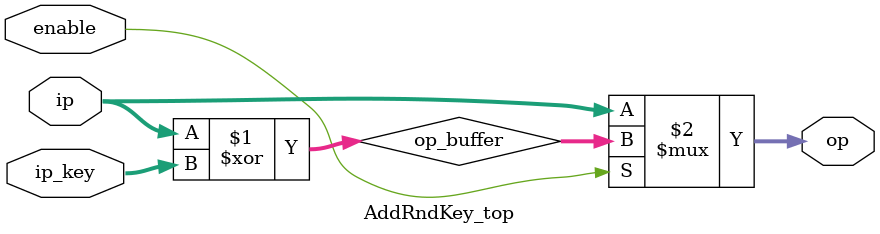
<source format=v>
module AddRndKey_top(
input [127:0] ip,
input [127:0] ip_key,
input enable,
output [127:0] op
);
////enter your code here
wire [127:0] op_buffer;
assign op_buffer[127:0] = ip[127:0] ^ ip_key[127:0];
assign op = enable ? op_buffer : ip;
endmodule

</source>
